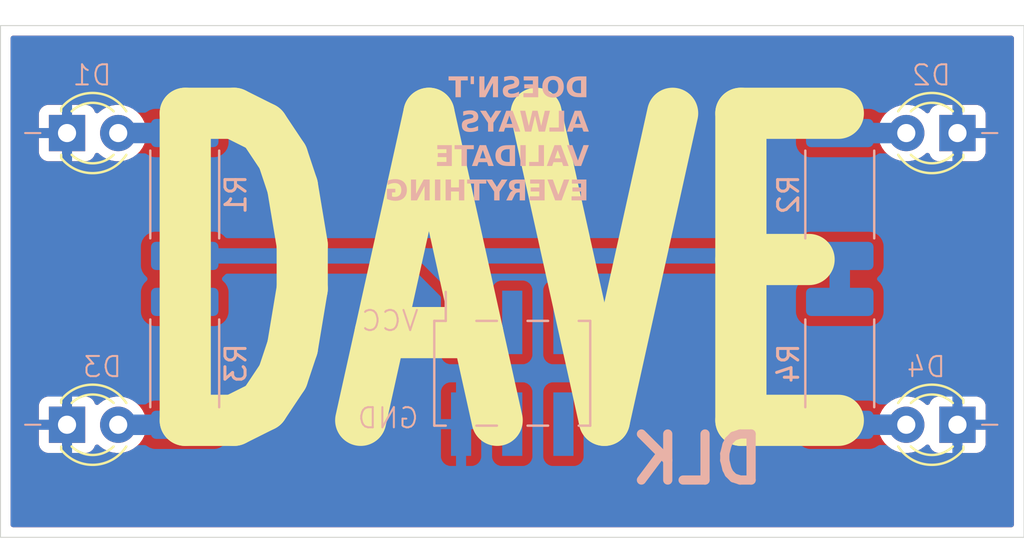
<source format=kicad_pcb>
(kicad_pcb (version 20241229) (generator "pcbnew") (generator_version "9.0")
  (layers (0 "F.Cu" signal) (2 "B.Cu" signal) (13 "F.Paste" user) (15 "B.Paste" user) (5 "F.SilkS" user "F.Silkscreen") (7 "B.SilkS" user "B.Silkscreen") (1 "F.Mask" user) (3 "B.Mask" user) (25 "Edge.Cuts" user))
  (net 0 "")
  (net 4 "Net-(D1-A)")
  (net 5 "/GND")
  (net 7 "Net-(D2-A)")
  (net 8 "Net-(D3-A)")
  (net 9 "Net-(D4-A)")
  (net 10 "/VCC")
  (footprint "LED_THT:LED_D3.0mm" (layer "F.Cu") (at 61.722 119.634)
    (property "Reference" "D1" (hide yes))
    (property "Value" "CQY99")
    (fp_line (start -0.29 -1.236) (end -0.29 -1.08) (stroke (width 0.12)) (layer "F.SilkS"))
    (fp_line (start -0.29 1.08) (end -0.29 1.236) (stroke (width 0.12)) (layer "F.SilkS"))
    (fp_arc (start -0.29 -1.235516) (mid 1.36566 -1.987699) (end 2.941437 -1.08) (stroke (width 0.12)) (layer "F.SilkS"))
    (fp_arc (start 0.229039 -1.08) (mid 1.27 -1.5) (end 2.310961 -1.08) (stroke (width 0.12)) (layer "F.SilkS"))
    (fp_arc (start 2.310961 1.08) (mid 1.27 1.5) (end 0.229039 1.08) (stroke (width 0.12)) (layer "F.SilkS"))
    (fp_arc (start 2.941437 1.08) (mid 1.36566 1.987699) (end -0.29 1.235516) (stroke (width 0.12)) (layer "F.SilkS"))
    (pad "1" thru_hole rect (at 0 0) (size 1.8 1.8) (drill 0.9) (layers "*.Cu" "*.Mask") (net 5 "/GND"))
    (pad "2" thru_hole circle (at 2.54 0) (size 1.8 1.8) (drill 0.9) (layers "*.Cu" "*.Mask") (net 4 "Net-(D1-A)"))
  )
  (footprint "LED_THT:LED_D3.0mm" (layer "F.Cu") (at 61.722 134.112)
    (property "Reference" "D3" (hide yes))
    (property "Value" "CQY99")
    (fp_line (start -0.29 -1.236) (end -0.29 -1.079999) (stroke (width 0.12)) (layer "F.SilkS"))
    (fp_line (start -0.29 1.08) (end -0.29 1.236) (stroke (width 0.12)) (layer "F.SilkS"))
    (fp_arc (start -0.29 -1.235516) (mid 1.36566 -1.987698) (end 2.941437 -1.08) (stroke (width 0.12)) (layer "F.SilkS"))
    (fp_arc (start 0.229039 -1.08) (mid 1.27 -1.5) (end 2.310961 -1.08) (stroke (width 0.12)) (layer "F.SilkS"))
    (fp_arc (start 2.310961 1.08) (mid 1.27 1.5) (end 0.229039 1.08) (stroke (width 0.12)) (layer "F.SilkS"))
    (fp_arc (start 2.941437 1.08) (mid 1.36566 1.987699) (end -0.29 1.235516) (stroke (width 0.12)) (layer "F.SilkS"))
    (pad "1" thru_hole rect (at 0 0) (size 1.8 1.8) (drill 0.9) (layers "*.Cu" "*.Mask") (net 5 "/GND"))
    (pad "2" thru_hole circle (at 2.54 0) (size 1.8 1.8) (drill 0.9) (layers "*.Cu" "*.Mask") (net 8 "Net-(D3-A)"))
  )
  (footprint "LED_THT:LED_D3.0mm" (layer "F.Cu") (at 105.918 119.634 180)
    (property "Reference" "D2" (hide yes))
    (property "Value" "CQY99")
    (fp_line (start -0.29 1.08) (end -0.29 1.236) (stroke (width 0.12)) (layer "F.SilkS"))
    (fp_line (start -0.29 -1.236) (end -0.29 -1.08) (stroke (width 0.12)) (layer "F.SilkS"))
    (fp_arc (start 2.941437 1.08) (mid 1.36566 1.987699) (end -0.29 1.235516) (stroke (width 0.12)) (layer "F.SilkS"))
    (fp_arc (start 2.310961 1.08) (mid 1.27 1.5) (end 0.229039 1.08) (stroke (width 0.12)) (layer "F.SilkS"))
    (fp_arc (start 0.229039 -1.08) (mid 1.27 -1.5) (end 2.310961 -1.08) (stroke (width 0.12)) (layer "F.SilkS"))
    (fp_arc (start -0.29 -1.235516) (mid 1.36566 -1.987699) (end 2.941437 -1.08) (stroke (width 0.12)) (layer "F.SilkS"))
    (pad "1" thru_hole rect (at 0 0 180) (size 1.8 1.8) (drill 0.9) (layers "*.Cu" "*.Mask") (net 5 "/GND"))
    (pad "2" thru_hole circle (at 2.54 0 180) (size 1.8 1.8) (drill 0.9) (layers "*.Cu" "*.Mask") (net 7 "Net-(D2-A)"))
  )
  (footprint "LED_THT:LED_D3.0mm" (layer "F.Cu") (at 105.918 134.112 180)
    (property "Reference" "D4" (hide yes))
    (property "Value" "CQY99")
    (fp_line (start -0.29 1.08) (end -0.29 1.236) (stroke (width 0.12)) (layer "F.SilkS"))
    (fp_line (start -0.29 -1.236) (end -0.29 -1.08) (stroke (width 0.12)) (layer "F.SilkS"))
    (fp_arc (start 2.941437 1.08) (mid 1.36566 1.987699) (end -0.29 1.235516) (stroke (width 0.12)) (layer "F.SilkS"))
    (fp_arc (start 2.310961 1.08) (mid 1.27 1.5) (end 0.229039 1.08) (stroke (width 0.12)) (layer "F.SilkS"))
    (fp_arc (start 0.229039 -1.08) (mid 1.27 -1.5) (end 2.310961 -1.08) (stroke (width 0.12)) (layer "F.SilkS"))
    (fp_arc (start -0.29 -1.235516) (mid 1.36566 -1.987699) (end 2.941437 -1.08) (stroke (width 0.12)) (layer "F.SilkS"))
    (pad "1" thru_hole rect (at 0 0 180) (size 1.8 1.8) (drill 0.9) (layers "*.Cu" "*.Mask") (net 5 "/GND"))
    (pad "2" thru_hole circle (at 2.54 0 180) (size 1.8 1.8) (drill 0.9) (layers "*.Cu" "*.Mask") (net 9 "Net-(D4-A)"))
  )
  (footprint "Resistor_SMD:R_2512_6332Metric_Pad1.40x3.35mm_HandSolder" (layer "B.Cu") (at 100.076 122.684 90)
    (property "Reference" "R2" (at 0 -2.54 90) (layer "B.SilkS") (effects (justify mirror)))
    (property "Value" "R")
    (fp_line (start -2.177064 -1.71) (end 2.177064 -1.71) (stroke (width 0.12)) (layer "B.SilkS"))
    (fp_line (start -2.177064 1.71) (end 2.177064 1.71) (stroke (width 0.12)) (layer "B.SilkS"))
    (pad "1" smd roundrect (at -3.05 0 90) (size 1.4 3.35) (layers "B.Cu" "B.Mask" "B.Paste") (roundrect_rratio 0.178571) (net 10 "/VCC"))
    (pad "2" smd roundrect (at 3.05 0 90) (size 1.4 3.35) (layers "B.Cu" "B.Mask" "B.Paste") (roundrect_rratio 0.178571) (net 7 "Net-(D2-A)"))
  )
  (footprint "Resistor_SMD:R_2512_6332Metric_Pad1.40x3.35mm_HandSolder" (layer "B.Cu") (at 100.076 131.064 -90)
    (property "Reference" "R4" (at 0 2.54 90) (layer "B.SilkS") (effects (justify mirror)))
    (property "Value" "R")
    (fp_line (start -2.177064 1.71) (end 2.177064 1.71) (stroke (width 0.12)) (layer "B.SilkS"))
    (fp_line (start -2.177064 -1.71) (end 2.177064 -1.71) (stroke (width 0.12)) (layer "B.SilkS"))
    (pad "1" smd roundrect (at -3.05 0 270) (size 1.4 3.35) (layers "B.Cu" "B.Mask" "B.Paste") (roundrect_rratio 0.178571) (net 10 "/VCC"))
    (pad "2" smd roundrect (at 3.05 0 270) (size 1.4 3.35) (layers "B.Cu" "B.Mask" "B.Paste") (roundrect_rratio 0.178571) (net 9 "Net-(D4-A)"))
  )
  (footprint "Resistor_SMD:R_2512_6332Metric_Pad1.40x3.35mm_HandSolder" (layer "B.Cu") (at 67.564 131.064 -90)
    (property "Reference" "R3" (at 0 -2.54 90) (layer "B.SilkS") (effects (justify mirror)))
    (property "Value" "R")
    (fp_line (start -2.177064 1.71) (end 2.177064 1.71) (stroke (width 0.12)) (layer "B.SilkS"))
    (fp_line (start -2.177064 -1.71) (end 2.177064 -1.71) (stroke (width 0.12)) (layer "B.SilkS"))
    (pad "1" smd roundrect (at -3.05 0 270) (size 1.4 3.35) (layers "B.Cu" "B.Mask" "B.Paste") (roundrect_rratio 0.178571) (net 10 "/VCC"))
    (pad "2" smd roundrect (at 3.05 0 270) (size 1.4 3.35) (layers "B.Cu" "B.Mask" "B.Paste") (roundrect_rratio 0.178571) (net 8 "Net-(D3-A)"))
  )
  (footprint "Resistor_SMD:R_2512_6332Metric_Pad1.40x3.35mm_HandSolder" (layer "B.Cu") (at 67.564 122.682 90)
    (property "Reference" "R1" (at 0 2.54 90) (layer "B.SilkS") (effects (justify mirror)))
    (property "Value" "R")
    (fp_line (start -2.177064 -1.71) (end 2.177064 -1.71) (stroke (width 0.12)) (layer "B.SilkS"))
    (fp_line (start -2.177064 1.71) (end 2.177064 1.71) (stroke (width 0.12)) (layer "B.SilkS"))
    (pad "1" smd roundrect (at -3.05 0 90) (size 1.4 3.35) (layers "B.Cu" "B.Mask" "B.Paste") (roundrect_rratio 0.178571) (net 10 "/VCC"))
    (pad "2" smd roundrect (at 3.05 0 90) (size 1.4 3.35) (layers "B.Cu" "B.Mask" "B.Paste") (roundrect_rratio 0.178571) (net 4 "Net-(D1-A)"))
  )
  (footprint "Conn_Header:PinHeader_2x03_P2.54mm_Vertical_SMD" (layer "B.Cu") (at 83.82 131.557 -90)
    (property "Reference" "J1" (hide yes))
    (property "Value" "Conn_01x06_Pin")
    (fp_line (start -2.6 3.87) (end 2.6 3.87) (stroke (width 0.12)) (layer "B.SilkS"))
    (fp_line (start -2.6 3.87) (end -2.6 3.3) (stroke (width 0.12)) (layer "B.SilkS"))
    (fp_line (start 2.6 3.87) (end 2.6 3.3) (stroke (width 0.12)) (layer "B.SilkS"))
    (fp_line (start -4.04 3.3) (end -2.6 3.3) (stroke (width 0.12)) (layer "B.SilkS"))
    (fp_line (start -2.6 1.78) (end -2.6 0.76) (stroke (width 0.12)) (layer "B.SilkS"))
    (fp_line (start 2.6 1.78) (end 2.6 0.76) (stroke (width 0.12)) (layer "B.SilkS"))
    (fp_line (start -2.6 -0.76) (end -2.6 -1.78) (stroke (width 0.12)) (layer "B.SilkS"))
    (fp_line (start 2.6 -0.76) (end 2.6 -1.78) (stroke (width 0.12)) (layer "B.SilkS"))
    (fp_line (start -2.6 -3.3) (end -2.6 -3.87) (stroke (width 0.12)) (layer "B.SilkS"))
    (fp_line (start 2.6 -3.3) (end 2.6 -3.87) (stroke (width 0.12)) (layer "B.SilkS"))
    (fp_line (start -2.6 -3.87) (end 2.6 -3.87) (stroke (width 0.12)) (layer "B.SilkS"))
    (pad "1" smd rect (at -2.525 2.54 270) (size 3.15 1) (layers "B.Cu" "B.Mask" "B.Paste") (net 10 "/VCC"))
    (pad "2" smd rect (at 2.525 2.54 270) (size 3.15 1) (layers "B.Cu" "B.Mask" "B.Paste") (net 5 "/GND"))
    (pad "3" smd rect (at -2.525 0 270) (size 3.15 1) (layers "B.Cu" "B.Mask" "B.Paste"))
    (pad "4" smd rect (at 2.525 0 270) (size 3.15 1) (layers "B.Cu" "B.Mask" "B.Paste"))
    (pad "5" smd rect (at -2.525 -2.54 270) (size 3.15 1) (layers "B.Cu" "B.Mask" "B.Paste"))
    (pad "6" smd rect (at 2.525 -2.54 270) (size 3.15 1) (layers "B.Cu" "B.Mask" "B.Paste"))
  )
  (gr_rect (start 58.42 114.3) (end 109.22 139.7) (stroke (width 0.05)) (fill no) (layer "Edge.Cuts"))
  (gr_text "DAVE" (at 63.5 135.89 0) (layer "F.SilkS") (effects (font (size 15.24 10.16) (thickness 2.54) (bold yes)) (justify left bottom)))
  (gr_text "-" (at 60.706 120.142 0) (layer "B.SilkS") (effects (font (size 1 1) (thickness 0.1)) (justify left bottom mirror)))
  (gr_text "D4" (at 105.41 131.826 0) (layer "B.SilkS") (effects (font (size 1 1) (thickness 0.1)) (justify left bottom mirror)))
  (gr_text "DOESN'T\nALWAYS\nVALIDATE\nEVERYTHING" (at 87.63 116.84 0) (layer "B.SilkS") (effects (font (size 1.016 1.016) (thickness 0.1524) (bold yes)) (justify left top mirror)))
  (gr_text "VCC" (at 79.248 129.54 0) (layer "B.SilkS") (effects (font (size 1 1) (thickness 0.1)) (justify left bottom mirror)))
  (gr_text "D2" (at 105.664 117.348 0) (layer "B.SilkS") (effects (font (size 1 1) (thickness 0.1)) (justify left bottom mirror)))
  (gr_text "D1" (at 64.008 117.348 0) (layer "B.SilkS") (effects (font (size 1 1) (thickness 0.1)) (justify left bottom mirror)))
  (gr_text "-" (at 108.204 120.142 0) (layer "B.SilkS") (effects (font (size 1 1) (thickness 0.1)) (justify left bottom mirror)))
  (gr_text "-" (at 60.706 134.62 0) (layer "B.SilkS") (effects (font (size 1 1) (thickness 0.1)) (justify left bottom mirror)))
  (gr_text "DLK" (at 96.52 137.16 0) (layer "B.SilkS") (effects (font (size 2.286 2.286) (thickness 0.4572) (bold yes)) (justify left bottom mirror)))
  (gr_text "-" (at 108.204 134.62 0) (layer "B.SilkS") (effects (font (size 1 1) (thickness 0.1)) (justify left bottom mirror)))
  (gr_text "D3" (at 64.516 131.826 0) (layer "B.SilkS") (effects (font (size 1 1) (thickness 0.1)) (justify left bottom mirror)))
  (gr_text "GND" (at 79.248 134.366 0) (layer "B.SilkS") (effects (font (size 1 1) (thickness 0.1)) (justify left bottom mirror)))
  (segment (start 64.264 119.632) (end 64.262 119.634) (width 1.016) (layer "B.Cu") (net 4))
  (segment (start 67.564 119.632) (end 64.264 119.632) (width 1.016) (layer "B.Cu") (net 4))
  (segment (start 100.076 119.634) (end 103.378 119.634) (width 1.016) (layer "B.Cu") (net 7))
  (segment (start 64.264 134.114) (end 64.262 134.112) (width 1.016) (layer "B.Cu") (net 8))
  (segment (start 67.564 134.114) (end 64.264 134.114) (width 1.016) (layer "B.Cu") (net 8))
  (segment (start 100.078 134.112) (end 100.076 134.114) (width 1.016) (layer "B.Cu") (net 9))
  (segment (start 103.378 134.112) (end 100.078 134.112) (width 1.016) (layer "B.Cu") (net 9))
  (segment (start 100.076 125.734) (end 100.076 128.014) (width 1.016) (layer "B.Cu") (net 10))
  (segment (start 79.504 125.732) (end 81.28 127.508) (width 0.762) (layer "B.Cu") (net 10))
  (segment (start 79.506 125.73) (end 100.072 125.73) (width 0.762) (layer "B.Cu") (net 10))
  (segment (start 100.076 125.734) (end 100.072 125.73) (width 1.016) (layer "B.Cu") (net 10))
  (segment (start 81.28 127.508) (end 81.28 129.032) (width 0.762) (layer "B.Cu") (net 10))
  (segment (start 79.504 125.732) (end 79.506 125.73) (width 0.762) (layer "B.Cu") (net 10))
  (segment (start 79.504 125.732) (end 67.564 125.732) (width 0.762) (layer "B.Cu") (net 10))
  (segment (start 67.564 125.732) (end 67.564 128.014) (width 1.016) (layer "B.Cu") (net 10))
  (zone (net 0) (net_name "") (layer "F.Cu") (priority 1) (connect_pads (clearance 0.5)) (min_thickness 0.25) (fill yes (thermal_gap 0.5) (thermal_bridge_width 0.5) (island_removal_mode 1) (island_area_min 9.999999))
    (polygon (pts (xy 109.22 114.3) (xy 109.22 139.7) (xy 58.42 139.7) (xy 58.42 114.3)))
  )
  (zone (net 5) (net_name "/GND") (layer "B.Cu") (connect_pads (clearance 0.5)) (min_thickness 0.25) (fill yes (thermal_gap 0.5) (thermal_bridge_width 0.5))
    (polygon (pts (xy 109.22 114.3) (xy 109.22 139.7) (xy 58.42 139.7) (xy 58.42 114.3)))
  )
)
</source>
